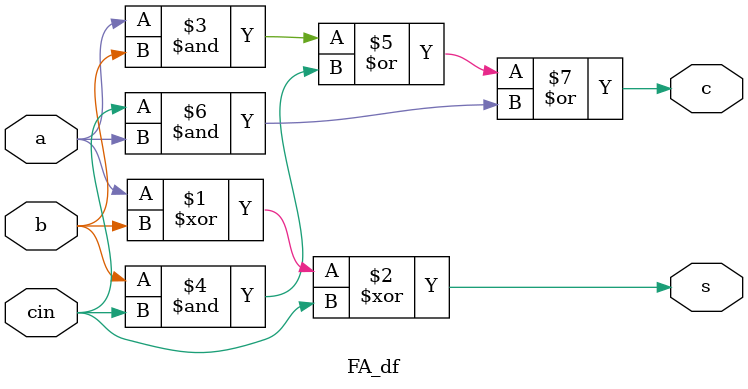
<source format=v>
`timescale 1ns/1ps
module FA_df(s,c,a,b,cin);
    input a,b,cin;
    output s,c;

    assign s=a^b^cin;
    assign c=a&b | b&cin | cin&a;
endmodule

</source>
